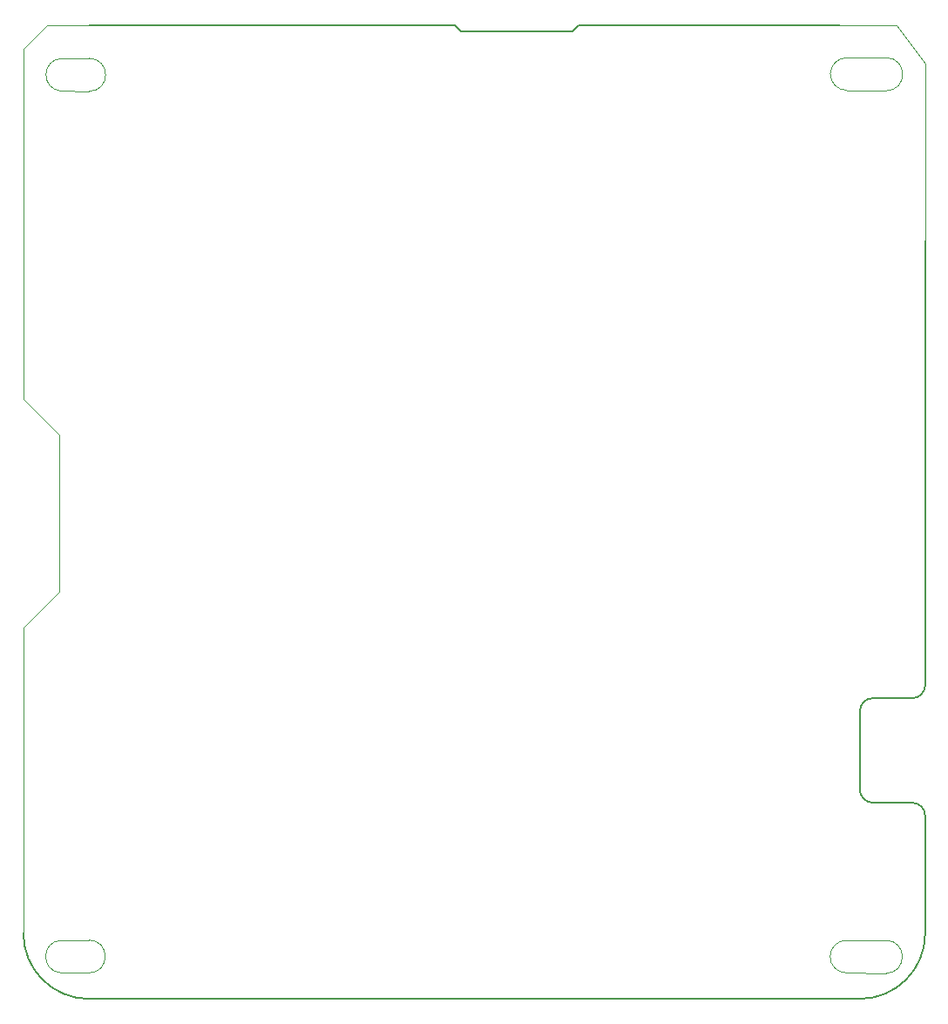
<source format=gbr>
%TF.GenerationSoftware,KiCad,Pcbnew,(6.0.2-0)*%
%TF.CreationDate,2023-01-12T00:58:35-06:00*%
%TF.ProjectId,cosmic_watch_remix_V1,636f736d-6963-45f7-9761-7463685f7265,rev?*%
%TF.SameCoordinates,Original*%
%TF.FileFunction,Profile,NP*%
%FSLAX46Y46*%
G04 Gerber Fmt 4.6, Leading zero omitted, Abs format (unit mm)*
G04 Created by KiCad (PCBNEW (6.0.2-0)) date 2023-01-12 00:58:35*
%MOMM*%
%LPD*%
G01*
G04 APERTURE LIST*
%TA.AperFunction,Profile*%
%ADD10C,0.150000*%
%TD*%
%TA.AperFunction,Profile*%
%ADD11C,0.100000*%
%TD*%
G04 APERTURE END LIST*
D10*
X105980000Y-111930000D02*
G75*
G03*
X107250000Y-110660000I1J1269999D01*
G01*
X25970000Y-141140000D02*
X75500000Y-141140000D01*
X100900000Y-120820000D02*
X100900000Y-113200000D01*
X107250000Y-134790000D02*
X107250000Y-123360000D01*
X72960000Y-47160000D02*
X62165000Y-47160000D01*
D11*
X23259802Y-52939991D02*
X26010000Y-52965000D01*
D10*
X100900000Y-141140000D02*
X75500000Y-141140000D01*
X72960000Y-47160000D02*
X73595000Y-46525000D01*
X102170000Y-111930000D02*
X105980000Y-111930000D01*
D11*
X104435000Y-46540000D02*
X107235000Y-50290000D01*
X23110000Y-86360000D02*
X23110000Y-101600000D01*
D10*
X61530000Y-46525000D02*
X29145000Y-46525000D01*
D11*
X21898436Y-46550523D02*
X25970000Y-46525000D01*
X107250000Y-67480000D02*
X107235000Y-50290000D01*
X98995000Y-46525000D02*
X104435000Y-46540000D01*
D10*
X19620000Y-134790000D02*
G75*
G03*
X25970000Y-141140000I6350000J0D01*
G01*
D11*
X26010000Y-52965000D02*
G75*
G03*
X26010000Y-49765000I0J1600000D01*
G01*
D10*
X100900000Y-141140000D02*
G75*
G03*
X107250000Y-134790000I0J6350000D01*
G01*
D11*
X99659975Y-49715793D02*
G75*
G03*
X99610000Y-52865000I-49975J-1574207D01*
G01*
X23309777Y-49790784D02*
X26010000Y-49765000D01*
X103460000Y-49715000D02*
X99659975Y-49715793D01*
X19620000Y-105080000D02*
X23110000Y-101600000D01*
X99610000Y-52865000D02*
X103460000Y-52915000D01*
D10*
X107250000Y-110660000D02*
X107250000Y-67480000D01*
D11*
X19620000Y-105080000D02*
X19620000Y-117900000D01*
X21898436Y-46550523D02*
X19640000Y-48850000D01*
D10*
X25970000Y-46525000D02*
X29145000Y-46525000D01*
X73595000Y-46525000D02*
X98995000Y-46525000D01*
X102170000Y-111930000D02*
G75*
G03*
X100900000Y-113200000I-1J-1269999D01*
G01*
X62165000Y-47160000D02*
X61530000Y-46525000D01*
D11*
X19640000Y-82900000D02*
X23110000Y-86360000D01*
X23230000Y-138600000D02*
X25980198Y-138625009D01*
X23309777Y-49790785D02*
G75*
G03*
X23259802Y-52939991I84226J-1576336D01*
G01*
X23279975Y-135450793D02*
X25980198Y-135425009D01*
X25980198Y-138625009D02*
G75*
G03*
X25980198Y-135425009I0J1600000D01*
G01*
X19620000Y-134790000D02*
X19620000Y-117900000D01*
D10*
X107250000Y-123360000D02*
G75*
G03*
X105980000Y-122090000I-1269999J1D01*
G01*
D11*
X103460000Y-52915000D02*
G75*
G03*
X103460000Y-49715000I0J1600000D01*
G01*
X103430013Y-135459604D02*
X99629988Y-135460397D01*
D10*
X105980000Y-122090000D02*
X102170000Y-122090000D01*
D11*
X99629988Y-135460397D02*
G75*
G03*
X99580013Y-138609604I-49975J-1574207D01*
G01*
X103430013Y-138659604D02*
G75*
G03*
X103430013Y-135459604I0J1600000D01*
G01*
X99580013Y-138609604D02*
X103430013Y-138659604D01*
X23279975Y-135450794D02*
G75*
G03*
X23230000Y-138600000I84226J-1576336D01*
G01*
D10*
X100900000Y-120820000D02*
G75*
G03*
X102170000Y-122090000I1269999J-1D01*
G01*
D11*
X19640000Y-48850000D02*
X19640000Y-82900000D01*
M02*

</source>
